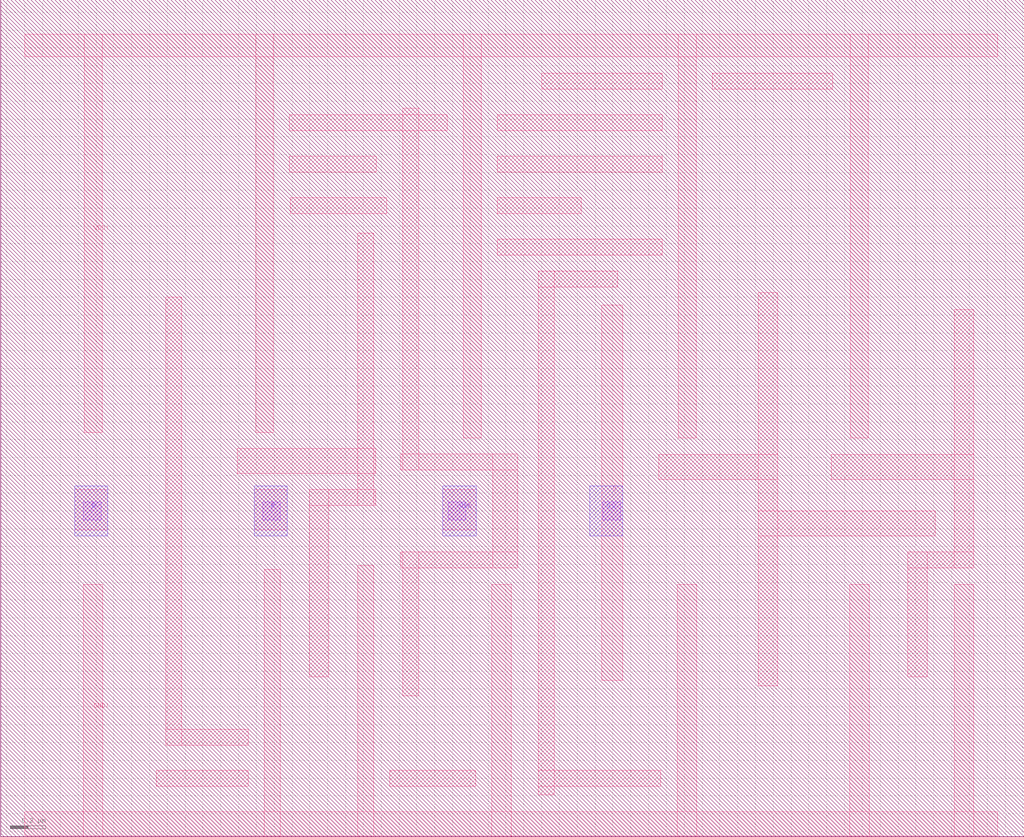
<source format=lef>
NAMESCASESENSITIVE ON ;
BUSBITCHARS "[]" ;

UNITS
  DATABASE MICRONS 1000 ;
END UNITS

MANUFACTURINGGRID 0.001 ;

DIVIDERCHAR "/" ;

LAYER M1
  TYPE ROUTING ;
  DIRECTION HORIZONTAL ;
  PITCH 0.26 0.26 ;
  WIDTH 0.14 ;
  AREA 0.042 ;
  SPACING 0.09 ;
  SPACING 0.19 RANGE 1.76 4 ;
  SPACING 0.29 RANGE 4 8 ;
  SPACING 1.05 RANGE 8 25 ;
  SPACING 1.85 RANGE 25 100000 ;
END M1

LAYER V1
  TYPE CUT ;
END V1

LAYER M2
  TYPE ROUTING ;
  DIRECTION VERTICAL ;
  PITCH 0.26 0.26 ;
  WIDTH 0.14 ;
  AREA 0.052 ;
  SPACING 0.1 ;
  SPACING 0.19 RANGE 1.76 4 ;
  SPACING 0.29 RANGE 4 8 ;
  SPACING 1.05 RANGE 8 25 ;
  SPACING 1.85 RANGE 25 100000 ;
END M2

LAYER V2
  TYPE CUT ;
END V2

LAYER M3
  TYPE ROUTING ;
  DIRECTION HORIZONTAL ;
  PITCH 0.26 0.26 ;
  WIDTH 0.14 ;
  AREA 0.052 ;
  SPACING 0.1 ;
  SPACING 0.19 RANGE 1.76 4 ;
  SPACING 0.29 RANGE 4 8 ;
  SPACING 1.05 RANGE 8 25 ;
  SPACING 1.85 RANGE 25 100000 ;
END M3

LAYER V3
  TYPE CUT ;
END V3

LAYER M4
  TYPE ROUTING ;
  DIRECTION VERTICAL ;
  PITCH 0.26 0.26 ;
  WIDTH 0.14 ;
  AREA 0.052 ;
  SPACING 0.1 ;
  SPACING 0.19 RANGE 1.76 4 ;
  SPACING 0.29 RANGE 4 8 ;
  SPACING 1.05 RANGE 8 25 ;
  SPACING 1.85 RANGE 25 100000 ;
END M4

LAYER V4
  TYPE CUT ;
END V4

LAYER M5
  TYPE ROUTING ;
  DIRECTION HORIZONTAL ;
  PITCH 0.26 0.26 ;
  WIDTH 0.14 ;
  AREA 0.052 ;
  SPACING 0.1 ;
  SPACING 0.19 RANGE 1.76 4 ;
  SPACING 0.29 RANGE 4 8 ;
  SPACING 1.05 RANGE 8 25 ;
  SPACING 1.85 RANGE 25 100000 ;
END M5

LAYER V5
  TYPE CUT ;
END V5

LAYER M6
  TYPE ROUTING ;
  DIRECTION VERTICAL ;
  PITCH 0.26 0.26 ;
  WIDTH 0.14 ;
  AREA 0.052 ;
  SPACING 0.1 ;
  SPACING 0.19 RANGE 1.76 4 ;
  SPACING 0.29 RANGE 4 8 ;
  SPACING 1.05 RANGE 8 25 ;
  SPACING 1.85 RANGE 25 100000 ;
  END M6

LAYER OVERLAP
  TYPE OVERLAP ;
END OVERLAP

SPACING
  SAMENET M1  M1    0.09 STACK ;
  SAMENET M2  M2    0.1 STACK ;
  SAMENET M3  M3    0.1 STACK ;
  SAMENET M4  M4    0.1 STACK ;
  SAMENET M5  M5    0.1 STACK ;
  SAMENET M6  M6    0.1 STACK ;
  SAMENET V1  V1    0.1 ;
  SAMENET V2  V2    0.1 ;
  SAMENET V3  V3    0.1 ;
  SAMENET V4  V4    0.1 ;
  SAMENET V5  V5    0.1 ;
  SAMENET V1  V2    0.00 STACK ;
  SAMENET V2  V3    0.00 STACK ;
  SAMENET V3  V4    0.00 STACK ;
  SAMENET V4  V5    0.00 STACK ;
  SAMENET V1  V3    0.00 STACK ;
  SAMENET V2  V4    0.00 STACK ;
  SAMENET V3  V5    0.00 STACK ;
  SAMENET V1  V4    0.00 STACK ;
  SAMENET V2  V5    0.00 STACK ;
  SAMENET V1  V5    0.00 STACK ;
END SPACING


VIA via5 DEFAULT
  LAYER M5 ;
    RECT -0.07 -0.07 0.07 0.07 ;
  LAYER V5 ;
    RECT -0.05 -0.05 0.05 0.05 ;
  LAYER M6 ;
    RECT -0.07 -0.07 0.07 0.07 ;
END via5

VIA via4 DEFAULT
  LAYER M4 ;
    RECT -0.07 -0.07 0.07 0.07 ;
  LAYER V4 ;
    RECT -0.05 -0.05 0.05 0.05 ;
  LAYER M5 ;
    RECT -0.07 -0.07 0.07 0.07 ;
END via4

VIA via3 DEFAULT
  LAYER M4 ;
    RECT -0.07 -0.07 0.07 0.07 ;
  LAYER V3 ;
    RECT -0.05 -0.05 0.05 0.05 ;
  LAYER M3 ;
    RECT -0.07 -0.07 0.07 0.07 ;
END via3

VIA via2 DEFAULT
  LAYER M3 ;
    RECT -0.07 -0.07 0.07 0.07 ;
  LAYER V2 ;
    RECT -0.05 -0.05 0.05 0.05 ;
  LAYER M2 ;
    RECT -0.07 -0.07 0.07 0.07 ;
END via2

VIA via1 DEFAULT
  LAYER M2 ;
    RECT -0.07 -0.07 0.07 0.07 ;
  LAYER V1 ;
    RECT -0.05 -0.05 0.05 0.05 ;
  LAYER M1 ;
    RECT -0.07 -0.07 0.07 0.07 ;
END via1


VIARULE via1Array GENERATE
  LAYER M1 ;
  DIRECTION HORIZONTAL ;
  OVERHANG 0.045 ;
    METALOVERHANG 0 ;
  LAYER M2 ;
  DIRECTION VERTICAL ;
    OVERHANG 0.045 ;
    METALOVERHANG 0 ;
  LAYER V1 ;
    RECT -0.05 -0.05 0.05 0.05 ;
    SPACING 0.2 BY 0.2 ;
END via1Array


VIARULE via2Array GENERATE
  LAYER M3 ;
    DIRECTION HORIZONTAL ;
    OVERHANG 0.03 ;
    METALOVERHANG 0 ;
  LAYER M2 ;
  DIRECTION VERTICAL ;
    OVERHANG 0.03 ;
    METALOVERHANG 0 ;
  LAYER V2 ;
    RECT -0.05 -0.05 0.05 0.05 ;
    SPACING 0.2 BY 0.2 ;
END via2Array


VIARULE via3Array GENERATE
  LAYER M3 ;
    DIRECTION HORIZONTAL ;
    OVERHANG 0.03 ;
    METALOVERHANG 0 ;
  LAYER M4 ;
    DIRECTION VERTICAL ;
    OVERHANG 0.03 ;
    METALOVERHANG 0 ;
  LAYER V3 ;
    RECT -0.05 -0.05 0.05 0.05 ;
    SPACING 0.2 BY 0.2 ;
END via3Array

VIARULE via4Array GENERATE
  LAYER M5 ;
    DIRECTION HORIZONTAL ;
    OVERHANG 0.03 ;
    METALOVERHANG 0 ;
  LAYER M4 ;
    DIRECTION VERTICAL ;
    OVERHANG 0.03 ;
    METALOVERHANG 0 ;
  LAYER V4 ;
    RECT -0.05 -0.05 0.05 0.05 ;
    SPACING 0.2 BY 0.2 ;
END via4Array

VIARULE via5Array GENERATE
  LAYER M5 ;
    DIRECTION HORIZONTAL ;
    OVERHANG 0.03 ;
    METALOVERHANG 0 ;
  LAYER M6 ;
    DIRECTION VERTICAL ;
    OVERHANG 0.045 ;
    METALOVERHANG 0 ;
  LAYER V5 ;
    RECT -0.05 -0.05 0.05 0.05 ;
    SPACING 0.2 BY 0.2 ;
END via5Array

VIARULE TURNM1 GENERATE
  LAYER M1 ;
    DIRECTION HORIZONTAL ;
  LAYER M1 ;
    DIRECTION VERTICAL ;
END TURNM1

VIARULE TURNM2 GENERATE
  LAYER M2 ;
    DIRECTION HORIZONTAL ;
  LAYER M2 ;
    DIRECTION VERTICAL ;
END TURNM2

VIARULE TURNM3 GENERATE
  LAYER M3 ;
    DIRECTION HORIZONTAL ;
  LAYER M3 ;
    DIRECTION VERTICAL ;
END TURNM3

VIARULE TURNM4 GENERATE
  LAYER M4 ;
    DIRECTION HORIZONTAL ;
  LAYER M4 ;
    DIRECTION VERTICAL ;
END TURNM4

VIARULE TURNM5 GENERATE
  LAYER M5 ;
    DIRECTION HORIZONTAL ;
  LAYER M5 ;
    DIRECTION VERTICAL ;
END TURNM5

VIARULE TURNM6 GENERATE
  LAYER M6 ;
    DIRECTION HORIZONTAL ;
  LAYER M6 ;
    DIRECTION VERTICAL ;
END TURNM6


SITE  CoreSite
    CLASS       CORE ;
    SYMMETRY    Y ;
    SYMMETRY    X ;
    SIZE        0.260 BY 4.5 ;
END  CoreSite

SITE  TDCoverSite
    CLASS       CORE ;
    SIZE        0.0500 BY 0.0500 ;
END  TDCoverSite

SITE  SBlockSite
    CLASS       CORE ;
    SIZE        0.0500 BY 0.0500 ;
END  SBlockSite

SITE  PortCellSite
    CLASS       PAD ;
    SIZE        0.0500 BY 0.0500 ;
END  PortCellSite

SITE  Core
    CLASS       CORE ;
    SYMMETRY    Y ;
    SYMMETRY    X ;
    SIZE        0.260 BY 4.5 ;
END  Core


MACRO AOI21
  CLASS CORE ;
  ORIGIN 0.026 1.823 ;
  FOREIGN AOI21 -0.026 -1.823 ;
  SIZE 2.23 BY 4.692 ;
  SYMMETRY X Y ;
  SITE CoreSite ;
  PIN A
    DIRECTION INPUT ;
    USE SIGNAL ;
    PORT
      LAYER M1 ;
        RECT 0.85 -0.235 0.997 0.13 ;
      LAYER M2 ;
        RECT 0.841 -0.338 0.997 0.267 ;
      LAYER V1 ;
        RECT 0.88 -0.05 0.98 0.05 ;
    END
  END A
  PIN B
    DIRECTION INPUT ;
    USE SIGNAL ;
    PORT
      LAYER M1 ;
        RECT 0.338 -0.235 0.485 0.13 ;
      LAYER M2 ;
        RECT 0.329 -0.338 0.485 0.267 ;
      LAYER V1 ;
        RECT 0.368 -0.05 0.468 0.05 ;
    END
  END B
  PIN C
    DIRECTION INPUT ;
    USE SIGNAL ;
    PORT
      LAYER M1 ;
        RECT 1.362 -0.235 1.509 0.13 ;
      LAYER M2 ;
        RECT 1.353 -0.338 1.509 0.267 ;
      LAYER V1 ;
        RECT 1.392 -0.05 1.492 0.05 ;
    END
  END C
  PIN OUT
    DIRECTION OUTPUT ;
    USE SIGNAL ;
    PORT
      LAYER M1 ;
        RECT 1.665 -0.503 1.817 1.76 ;
        RECT 1.207 -0.503 1.817 -0.379 ;
        RECT 1.207 -1.43 1.359 -0.379 ;
      LAYER M2 ;
        RECT 1.664 -0.338 1.82 0.267 ;
      LAYER V1 ;
        RECT 1.675 -0.05 1.775 0.05 ;
    END
  END OUT
  PIN GND!
    DIRECTION INOUT ;
    USE GROUND ;
    SHAPE ABUTMENT ;
    PORT
      LAYER M1 ;
        RECT 0 -1.823 2.08 -1.688 ;
        RECT 1.651 -1.823 1.808 -0.723 ;
        RECT 0.34 -1.823 0.497 -0.723 ;
    END
  END GND!
  PIN VDD!
    DIRECTION INOUT ;
    USE POWER ;
    SHAPE ABUTMENT ;
    PORT
      LAYER M1 ;
        RECT 0 2.549 2.08 2.677 ;
        RECT 0.738 1.04 0.883 2.677 ;
    END
  END VDD!
  OBS
    LAYER M1 ;
      RECT 1.232 0.795 1.4 1.76 ;
      RECT 0.343 0.795 0.485 1.76 ;
      RECT 0.343 0.795 1.4 0.942 ;
  END
  
END AOI21

MACRO AOI22
  CLASS CORE ;
  ORIGIN 0.026 1.823 ;
  FOREIGN AOI22 -0.026 -1.823 ;
  SIZE 2.86 BY 4.684 ;
  SYMMETRY X Y ;
  SITE CoreSite ;
  PIN A
    DIRECTION INPUT ;
    USE SIGNAL ;
    PORT
      LAYER M1 ;
        RECT 0.85 -0.235 0.997 0.13 ;
      LAYER M2 ;
        RECT 0.841 -0.338 0.997 0.267 ;
      LAYER V1 ;
        RECT 0.88 -0.05 0.98 0.05 ;
    END
  END A
  PIN B
    DIRECTION INPUT ;
    USE SIGNAL ;
    PORT
      LAYER M1 ;
        RECT 0.338 -0.235 0.485 0.13 ;
      LAYER M2 ;
        RECT 0.329 -0.338 0.485 0.267 ;
      LAYER V1 ;
        RECT 0.368 -0.05 0.468 0.05 ;
    END
  END B
  PIN C
    DIRECTION INPUT ;
    USE SIGNAL ;
    PORT
      LAYER M1 ;
        RECT 1.362 -0.235 1.509 0.13 ;
      LAYER M2 ;
        RECT 1.353 -0.338 1.509 0.267 ;
      LAYER V1 ;
        RECT 1.392 -0.05 1.492 0.05 ;
    END
  END C
  PIN D
    DIRECTION INPUT ;
    USE SIGNAL ;
    PORT
      LAYER M1 ;
        RECT 2.157 -0.235 2.304 0.13 ;
      LAYER M2 ;
        RECT 2.157 -0.338 2.313 0.267 ;
      LAYER V1 ;
        RECT 2.174 -0.05 2.274 0.05 ;
    END
  END D
  PIN OUT
    DIRECTION OUTPUT ;
    USE SIGNAL ;
    PORT
      LAYER M1 ;
        RECT 1.635 -0.56 1.787 1.295 ;
        RECT 1.242 -0.56 1.787 -0.381 ;
        RECT 1.242 -1.379 1.394 -0.381 ;
      LAYER M2 ;
        RECT 1.63 -0.338 1.786 0.267 ;
      LAYER V1 ;
        RECT 1.641 -0.05 1.741 0.05 ;
    END
  END OUT
  PIN GND!
    DIRECTION INOUT ;
    USE GROUND ;
    SHAPE ABUTMENT ;
    PORT
      LAYER M1 ;
        RECT 0 -1.823 2.6 -1.688 ;
        RECT 2.168 -1.823 2.31 -0.723 ;
        RECT 0.343 -1.823 0.485 -0.723 ;
    END
  END GND!
  PIN VDD!
    DIRECTION INOUT ;
    USE POWER ;
    SHAPE ABUTMENT ;
    PORT
      LAYER M1 ;
        RECT 0 2.549 2.6 2.677 ;
        RECT 0.822 0.575 0.979 2.677 ;
    END
  END VDD!
  OBS
    LAYER M1 ;
      RECT 1.257 2.037 2.338 2.217 ;
      RECT 2.186 0.575 2.338 2.217 ;
      RECT 1.257 0.303 1.414 2.217 ;
      RECT 0.336 0.303 0.488 1.295 ;
      RECT 0.336 0.303 1.414 0.482 ;
  END
  
END AOI22

MACRO DFF
  CLASS CORE ;
  ORIGIN 0.136 1.83 ;
  FOREIGN DFF -0.136 -1.83 ;
  SIZE 5.745 BY 4.699 ;
  SYMMETRY X Y ;
  SITE CoreSite ;
  PIN CLK
    DIRECTION INPUT ;
    USE SIGNAL ;
    PORT
      LAYER M1 ;
        RECT 2.346 -0.107 2.532 0.121 ;
      LAYER M2 ;
        RECT 2.346 -0.14 2.532 0.14 ;
      LAYER V1 ;
        RECT 2.375 -0.05 2.475 0.05 ;
    END
  END CLK
  PIN D
    DIRECTION INPUT ;
    USE SIGNAL ;
    PORT
      LAYER M1 ;
        RECT 0.281 -0.107 0.467 0.121 ;
      LAYER M2 ;
        RECT 0.281 -0.14 0.467 0.14 ;
      LAYER V1 ;
        RECT 0.328 -0.05 0.428 0.05 ;
    END
  END D
  PIN Q
    DIRECTION INPUT ;
    USE SIGNAL ;
    PORT
      LAYER M1 ;
        RECT 3.238 -0.952 3.355 1.157 ;
      LAYER M2 ;
        RECT 3.169 -0.14 3.355 0.14 ;
      LAYER V1 ;
        RECT 3.244 -0.05 3.344 0.05 ;
    END
  END Q
  PIN R
    DIRECTION INPUT ;
    USE SIGNAL ;
    PORT
      LAYER M1 ;
        RECT 1.287 -0.107 1.473 0.121 ;
      LAYER M2 ;
        RECT 1.287 -0.14 1.473 0.14 ;
      LAYER V1 ;
        RECT 1.334 -0.05 1.434 0.05 ;
    END
  END R
  PIN GND!
    DIRECTION INOUT ;
    USE GROUND ;
    SHAPE ABUTMENT ;
    PORT
      LAYER M1 ;
        RECT 0 -1.823 5.46 -1.688 ;
        RECT 5.214 -1.83 5.324 -0.411 ;
        RECT 4.628 -1.83 4.738 -0.411 ;
        RECT 3.661 -1.83 3.771 -0.411 ;
        RECT 2.62 -1.83 2.73 -0.411 ;
        RECT 1.869 -1.83 1.959 -0.305 ;
        RECT 1.344 -1.83 1.434 -0.328 ;
        RECT 0.328 -1.83 0.438 -0.411 ;
    END
  END GND!
  PIN VDD!
    DIRECTION INOUT ;
    USE POWER ;
    SHAPE ABUTMENT ;
    PORT
      LAYER M1 ;
        RECT 0 2.549 5.46 2.677 ;
        RECT 4.633 0.41 4.733 2.677 ;
        RECT 3.667 0.41 3.767 2.677 ;
        RECT 2.46 0.41 2.56 2.677 ;
        RECT 1.295 0.441 1.395 2.677 ;
        RECT 0.334 0.441 0.434 2.677 ;
    END
  END VDD!
  OBS
    LAYER M1 ;
      RECT 5.215 -0.321 5.325 1.13 ;
      RECT 4.524 0.177 5.325 0.317 ;
      RECT 4.953 -0.321 5.325 -0.231 ;
      RECT 4.953 -0.931 5.063 -0.231 ;
      RECT 4.116 -0.983 4.226 1.227 ;
      RECT 3.556 0.177 4.226 0.317 ;
      RECT 4.116 -0.141 5.108 -0.001 ;
      RECT 2.881 1.256 3.327 1.346 ;
      RECT 2.881 -1.594 2.972 1.346 ;
      RECT 2.881 -1.545 3.569 -1.455 ;
      RECT 2.12 0.23 2.21 2.26 ;
      RECT 1.485 2.135 2.37 2.225 ;
      RECT 2.11 0.23 2.765 0.32 ;
      RECT 2.625 -0.321 2.765 0.32 ;
      RECT 2.111 -0.321 2.765 -0.231 ;
      RECT 2.12 -1.037 2.21 -0.231 ;
      RECT 1.869 0.031 1.959 1.561 ;
      RECT 1.191 0.211 1.969 0.351 ;
      RECT 1.596 0.031 1.969 0.121 ;
      RECT 1.596 -0.931 1.706 0.121 ;
      RECT 0.792 -1.315 0.882 1.202 ;
      RECT 0.792 -1.315 1.254 -1.225 ;
      RECT 3.857 2.367 4.534 2.457 ;
      RECT 2.65 1.436 3.577 1.526 ;
      RECT 2.65 1.902 3.577 1.992 ;
      RECT 2.65 2.135 3.577 2.225 ;
      RECT 2.9 2.368 3.577 2.458 ;
      RECT 2.65 1.669 3.123 1.759 ;
      RECT 2.049 -1.545 2.53 -1.455 ;
      RECT 1.49 1.669 2.03 1.759 ;
      RECT 1.485 1.902 1.971 1.992 ;
      RECT 0.737 -1.545 1.254 -1.455 ;
  END
  
END DFF

MACRO INVERTER
  CLASS CORE ;
  ORIGIN 0.026 1.823 ;
  FOREIGN INVERTER -0.026 -1.823 ;
  SIZE 1.263 BY 4.742 ;
  SYMMETRY X Y ;
  SITE CoreSite ;
  PIN IN
    DIRECTION INPUT ;
    USE SIGNAL ;
    PORT
      LAYER M1 ;
        RECT 0.338 -0.235 0.485 0.13 ;
      LAYER M2 ;
        RECT 0.329 -0.338 0.485 0.267 ;
      LAYER V1 ;
        RECT 0.368 -0.05 0.468 0.05 ;
    END
  END IN
  PIN OUT
    DIRECTION OUTPUT ;
    USE SIGNAL ;
    PORT
      LAYER M1 ;
        RECT 0.638 -1.43 0.79 2.153 ;
      LAYER M2 ;
        RECT 0.638 -0.355 0.741 0.264 ;
      LAYER V1 ;
        RECT 0.641 -0.05 0.741 0.05 ;
    END
  END OUT
  PIN GND!
    DIRECTION INOUT ;
    USE GROUND ;
    SHAPE ABUTMENT ;
    PORT
      LAYER M1 ;
        RECT 0 -1.823 1.04 -1.688 ;
        RECT 0.308 -1.823 0.45 -0.73 ;
    END
  END GND!
  PIN VDD!
    DIRECTION INOUT ;
    USE POWER ;
    SHAPE ABUTMENT ;
    PORT
      LAYER M1 ;
        RECT 0.001 2.549 1.04 2.677 ;
        RECT 0.31 0.853 0.467 2.677 ;
    END
  END VDD!
  
END INVERTER

MACRO MUX21
  CLASS CORE ;
  ORIGIN 0.026 1.823 ;
  FOREIGN MUX21 -0.026 -1.823 ;
  SIZE 3.386 BY 4.704 ;
  SYMMETRY X Y ;
  SITE CoreSite ;
  PIN A
    DIRECTION INPUT ;
    USE SIGNAL ;
    PORT
      LAYER M1 ;
        RECT 1.133 -0.235 1.28 0.13 ;
      LAYER M2 ;
        RECT 1.133 -0.338 1.289 0.267 ;
      LAYER V1 ;
        RECT 1.15 -0.05 1.25 0.05 ;
    END
  END A
  PIN B
    DIRECTION INPUT ;
    USE SIGNAL ;
    PORT
      LAYER M1 ;
        RECT 2.156 -0.235 2.303 0.13 ;
      LAYER M2 ;
        RECT 2.156 -0.338 2.312 0.267 ;
      LAYER V1 ;
        RECT 2.173 -0.05 2.273 0.05 ;
    END
  END B
  PIN OUT
    DIRECTION OUTPUT ;
    USE SIGNAL ;
    PORT
      LAYER M1 ;
        RECT 2.681 -0.97 2.833 1.202 ;
      LAYER M2 ;
        RECT 2.681 -0.338 2.837 0.267 ;
      LAYER V1 ;
        RECT 2.696 -0.05 2.796 0.05 ;
    END
  END OUT
  PIN S
    DIRECTION INPUT ;
    USE SIGNAL ;
    PORT
      LAYER M1 ;
        RECT 0.621 -0.235 0.768 0.13 ;
      LAYER M2 ;
        RECT 0.621 -0.338 0.777 0.267 ;
      LAYER V1 ;
        RECT 0.638 -0.05 0.738 0.05 ;
    END
  END S
  PIN GND!
    DIRECTION INOUT ;
    USE GROUND ;
    SHAPE ABUTMENT ;
    PORT
      LAYER M1 ;
        RECT 0 -1.823 3.12 -1.688 ;
        RECT 2.258 -1.823 2.4 -0.45 ;
        RECT 0.727 -1.823 0.869 -0.45 ;
    END
  END GND!
  PIN VDD!
    DIRECTION INOUT ;
    USE POWER ;
    SHAPE ABUTMENT ;
    PORT
      LAYER M1 ;
        RECT 0 2.549 3.12 2.677 ;
        RECT 2.244 0.406 2.401 2.677 ;
        RECT 0.822 0.406 0.979 2.677 ;
    END
  END VDD!
  OBS
    LAYER M1 ;
      RECT 1.665 -1.546 1.819 1.202 ;
      RECT 0.346 -1.472 0.486 2.011 ;
  END
  
END MUX21

MACRO NAND2
  CLASS CORE ;
  ORIGIN 0.026 1.823 ;
  FOREIGN NAND2 -0.026 -1.823 ;
  SIZE 1.816 BY 4.714 ;
  SYMMETRY X Y ;
  SITE CoreSite ;
  PIN A
    DIRECTION INPUT ;
    USE SIGNAL ;
    PORT
      LAYER M1 ;
        RECT 0.789 -0.235 0.936 0.13 ;
      LAYER M2 ;
        RECT 0.78 -0.338 0.936 0.267 ;
      LAYER V1 ;
        RECT 0.819 -0.05 0.919 0.05 ;
    END
  END A
  PIN B
    DIRECTION INPUT ;
    USE SIGNAL ;
    PORT
      LAYER M1 ;
        RECT 0.338 -0.235 0.485 0.13 ;
      LAYER M2 ;
        RECT 0.329 -0.338 0.485 0.267 ;
      LAYER V1 ;
        RECT 0.368 -0.05 0.468 0.05 ;
    END
  END B
  PIN OUT
    DIRECTION OUTPUT ;
    USE SIGNAL ;
    PORT
      LAYER M1 ;
        RECT 1.074 -1.514 1.226 1.573 ;
        RECT 0.31 0.458 1.226 0.584 ;
        RECT 0.31 0.458 0.467 1.573 ;
      LAYER M2 ;
        RECT 1.074 -0.338 1.23 0.267 ;
      LAYER V1 ;
        RECT 1.102 -0.05 1.202 0.05 ;
    END
  END OUT
  PIN GND!
    DIRECTION INOUT ;
    USE GROUND ;
    SHAPE ABUTMENT ;
    PORT
      LAYER M1 ;
        RECT 0 -1.823 1.56 -1.688 ;
        RECT 0.308 -1.823 0.45 -0.694 ;
    END
  END GND!
  PIN VDD!
    DIRECTION INOUT ;
    USE POWER ;
    SHAPE ABUTMENT ;
    PORT
      LAYER M1 ;
        RECT 0 2.549 1.56 2.677 ;
        RECT 0.695 0.853 0.847 2.677 ;
    END
  END VDD!
  
END NAND2

MACRO NAND3
  CLASS CORE ;
  ORIGIN 0.026 1.823 ;
  FOREIGN NAND3 -0.026 -1.823 ;
  SIZE 2.394 BY 4.671 ;
  SYMMETRY X Y ;
  SITE CoreSite ;
  PIN A
    DIRECTION INPUT ;
    USE SIGNAL ;
    PORT
      LAYER M1 ;
        RECT 1.362 -0.235 1.509 0.13 ;
      LAYER M2 ;
        RECT 1.353 -0.338 1.509 0.267 ;
      LAYER V1 ;
        RECT 1.392 -0.05 1.492 0.05 ;
    END
  END A
  PIN B
    DIRECTION INPUT ;
    USE SIGNAL ;
    PORT
      LAYER M1 ;
        RECT 0.85 -0.235 0.997 0.13 ;
      LAYER M2 ;
        RECT 0.841 -0.338 0.997 0.267 ;
      LAYER V1 ;
        RECT 0.88 -0.05 0.98 0.05 ;
    END
  END B
  PIN C
    DIRECTION INPUT ;
    USE SIGNAL ;
    PORT
      LAYER M1 ;
        RECT 0.338 -0.235 0.485 0.13 ;
      LAYER M2 ;
        RECT 0.329 -0.338 0.485 0.267 ;
      LAYER V1 ;
        RECT 0.368 -0.05 0.468 0.05 ;
    END
  END C
  PIN OUT
    DIRECTION OUTPUT ;
    USE SIGNAL ;
    PORT
      LAYER M1 ;
        RECT 1.665 -1.43 1.817 1.573 ;
        RECT 0.822 0.458 1.817 0.584 ;
        RECT 0.822 0.458 0.979 1.573 ;
      LAYER M2 ;
        RECT 1.664 -0.338 1.82 0.267 ;
      LAYER V1 ;
        RECT 1.675 -0.05 1.775 0.05 ;
    END
  END OUT
  PIN GND!
    DIRECTION INOUT ;
    USE GROUND ;
    SHAPE ABUTMENT ;
    PORT
      LAYER M1 ;
        RECT 0 -1.823 2.08 -1.688 ;
        RECT 0.343 -1.823 0.485 -0.91 ;
    END
  END GND!
  PIN VDD!
    DIRECTION INOUT ;
    USE POWER ;
    SHAPE ABUTMENT ;
    PORT
      LAYER M1 ;
        RECT -0.007 2.549 2.073 2.677 ;
        RECT 1.207 0.853 1.359 2.677 ;
        RECT 0.336 0.853 0.488 2.677 ;
    END
  END VDD!
  
END NAND3

MACRO NAND4
  CLASS CORE ;
  ORIGIN 0.026 1.823 ;
  FOREIGN NAND4 -0.026 -1.823 ;
  SIZE 2.844 BY 4.656 ;
  SYMMETRY X Y ;
  SITE CoreSite ;
  PIN A
    DIRECTION INPUT ;
    USE SIGNAL ;
    PORT
      LAYER M1 ;
        RECT 1.874 -0.235 2.021 0.13 ;
      LAYER M2 ;
        RECT 1.865 -0.338 2.021 0.267 ;
      LAYER V1 ;
        RECT 1.904 -0.05 2.004 0.05 ;
    END
  END A
  PIN B
    DIRECTION INPUT ;
    USE SIGNAL ;
    PORT
      LAYER M1 ;
        RECT 1.362 -0.235 1.509 0.13 ;
      LAYER M2 ;
        RECT 1.353 -0.338 1.509 0.267 ;
      LAYER V1 ;
        RECT 1.392 -0.05 1.492 0.05 ;
    END
  END B
  PIN C
    DIRECTION INPUT ;
    USE SIGNAL ;
    PORT
      LAYER M1 ;
        RECT 0.85 -0.235 0.997 0.13 ;
      LAYER M2 ;
        RECT 0.841 -0.338 0.997 0.267 ;
      LAYER V1 ;
        RECT 0.88 -0.05 0.98 0.05 ;
    END
  END C
  PIN D
    DIRECTION INPUT ;
    USE SIGNAL ;
    PORT
      LAYER M1 ;
        RECT 0.338 -0.235 0.485 0.13 ;
      LAYER M2 ;
        RECT 0.329 -0.338 0.485 0.267 ;
      LAYER V1 ;
        RECT 0.368 -0.05 0.468 0.05 ;
    END
  END D
  PIN OUT
    DIRECTION OUTPUT ;
    USE SIGNAL ;
    PORT
      LAYER M1 ;
        RECT 0.822 0.483 2.329 0.662 ;
        RECT 2.177 -1.43 2.329 0.662 ;
        RECT 1.719 0.483 1.871 1.573 ;
        RECT 0.822 0.483 0.979 1.573 ;
      LAYER M2 ;
        RECT 2.176 -0.338 2.332 0.267 ;
      LAYER V1 ;
        RECT 2.187 -0.05 2.287 0.05 ;
    END
  END OUT
  PIN GND!
    DIRECTION INOUT ;
    USE GROUND ;
    SHAPE ABUTMENT ;
    PORT
      LAYER M1 ;
        RECT 0 -1.823 2.6 -1.688 ;
        RECT 0.343 -1.823 0.485 -0.91 ;
    END
  END GND!
  PIN VDD!
    DIRECTION INOUT ;
    USE POWER ;
    SHAPE ABUTMENT ;
    PORT
      LAYER M1 ;
        RECT 0 2.549 2.6 2.677 ;
        RECT 2.186 0.853 2.338 2.677 ;
        RECT 1.334 0.853 1.491 2.677 ;
        RECT 0.336 0.853 0.488 2.677 ;
    END
  END VDD!
  
END NAND4

MACRO NOR2
  CLASS CORE ;
  ORIGIN 0.026 1.823 ;
  FOREIGN NOR2 -0.026 -1.823 ;
  SIZE 1.832 BY 4.741 ;
  SYMMETRY X Y ;
  SITE CoreSite ;
  PIN A
    DIRECTION INPUT ;
    USE SIGNAL ;
    PORT
      LAYER M1 ;
        RECT 0.338 -0.235 0.485 0.13 ;
      LAYER M2 ;
        RECT 0.329 -0.338 0.485 0.267 ;
      LAYER V1 ;
        RECT 0.368 -0.05 0.468 0.05 ;
    END
  END A
  PIN B
    DIRECTION INPUT ;
    USE SIGNAL ;
    PORT
      LAYER M1 ;
        RECT 0.789 -0.235 0.936 0.13 ;
      LAYER M2 ;
        RECT 0.78 -0.338 0.936 0.267 ;
      LAYER V1 ;
        RECT 0.819 -0.05 0.919 0.05 ;
    END
  END B
  PIN OUT
    DIRECTION OUTPUT ;
    USE SIGNAL ;
    PORT
      LAYER M1 ;
        RECT 1.074 -1.43 1.226 1.573 ;
        RECT 0.308 -0.577 1.226 -0.451 ;
        RECT 0.308 -1.43 0.45 -0.451 ;
      LAYER M2 ;
        RECT 1.074 -0.338 1.23 0.267 ;
      LAYER V1 ;
        RECT 1.102 -0.05 1.202 0.05 ;
    END
  END OUT
  PIN GND!
    DIRECTION INOUT ;
    USE GROUND ;
    SHAPE ABUTMENT ;
    PORT
      LAYER M1 ;
        RECT 0 -1.823 1.56 -1.688 ;
        RECT 0.695 -1.823 0.847 -0.91 ;
    END
  END GND!
  PIN VDD!
    DIRECTION INOUT ;
    USE POWER ;
    SHAPE ABUTMENT ;
    PORT
      LAYER M1 ;
        RECT 0 2.549 1.56 2.677 ;
        RECT 0.31 0.853 0.467 2.677 ;
    END
  END VDD!
  
END NOR2

MACRO NOR3
  CLASS CORE ;
  ORIGIN 0.026 1.823 ;
  FOREIGN NOR3 -0.026 -1.823 ;
  SIZE 2.369 BY 4.674 ;
  SYMMETRY X Y ;
  SITE CoreSite ;
  PIN A
    DIRECTION INPUT ;
    USE SIGNAL ;
    PORT
      LAYER M1 ;
        RECT 0.338 -0.235 0.485 0.13 ;
      LAYER M2 ;
        RECT 0.329 -0.338 0.485 0.267 ;
      LAYER V1 ;
        RECT 0.368 -0.05 0.468 0.05 ;
    END
  END A
  PIN B
    DIRECTION INPUT ;
    USE SIGNAL ;
    PORT
      LAYER M1 ;
        RECT 0.85 -0.235 0.997 0.13 ;
      LAYER M2 ;
        RECT 0.841 -0.338 0.997 0.267 ;
      LAYER V1 ;
        RECT 0.88 -0.05 0.98 0.05 ;
    END
  END B
  PIN C
    DIRECTION INPUT ;
    USE SIGNAL ;
    PORT
      LAYER M1 ;
        RECT 1.362 -0.235 1.509 0.13 ;
      LAYER M2 ;
        RECT 1.353 -0.338 1.509 0.267 ;
      LAYER V1 ;
        RECT 1.392 -0.05 1.492 0.05 ;
    END
  END C
  PIN OUT
    DIRECTION OUTPUT ;
    USE SIGNAL ;
    PORT
      LAYER M1 ;
        RECT 1.665 -1.43 1.817 1.573 ;
        RECT 0.822 -0.505 1.817 -0.379 ;
        RECT 0.822 -1.427 0.979 -0.379 ;
      LAYER M2 ;
        RECT 1.664 -0.338 1.82 0.267 ;
      LAYER V1 ;
        RECT 1.675 -0.05 1.775 0.05 ;
    END
  END OUT
  PIN GND!
    DIRECTION INOUT ;
    USE GROUND ;
    SHAPE ABUTMENT ;
    PORT
      LAYER M1 ;
        RECT 0 -1.823 2.08 -1.688 ;
        RECT 1.207 -1.823 1.359 -0.91 ;
        RECT 0.343 -1.823 0.485 -0.91 ;
    END
  END GND!
  PIN VDD!
    DIRECTION INOUT ;
    USE POWER ;
    SHAPE ABUTMENT ;
    PORT
      LAYER M1 ;
        RECT 0 2.549 2.08 2.677 ;
        RECT 0.336 0.853 0.488 2.677 ;
    END
  END VDD!
  
END NOR3

MACRO OAI21
  CLASS CORE ;
  ORIGIN 0.026 1.823 ;
  FOREIGN OAI21 -0.026 -1.823 ;
  SIZE 2.325 BY 4.745 ;
  SYMMETRY X Y ;
  SITE CoreSite ;
  PIN A
    DIRECTION INPUT ;
    USE SIGNAL ;
    PORT
      LAYER M1 ;
        RECT 0.338 -0.235 0.485 0.13 ;
      LAYER M2 ;
        RECT 0.329 -0.338 0.485 0.267 ;
      LAYER V1 ;
        RECT 0.368 -0.05 0.468 0.05 ;
    END
  END A
  PIN B
    DIRECTION INPUT ;
    USE SIGNAL ;
    PORT
      LAYER M1 ;
        RECT 0.85 -0.235 0.997 0.13 ;
      LAYER M2 ;
        RECT 0.841 -0.338 0.997 0.267 ;
      LAYER V1 ;
        RECT 0.88 -0.05 0.98 0.05 ;
    END
  END B
  PIN C
    DIRECTION INPUT ;
    USE SIGNAL ;
    PORT
      LAYER M1 ;
        RECT 1.362 -0.235 1.509 0.13 ;
      LAYER M2 ;
        RECT 1.353 -0.338 1.509 0.267 ;
      LAYER V1 ;
        RECT 1.392 -0.05 1.492 0.05 ;
    END
  END C
  PIN OUT
    DIRECTION OUTPUT ;
    USE SIGNAL ;
    PORT
      LAYER M1 ;
        RECT 1.232 0.508 1.817 0.634 ;
        RECT 1.665 -1.43 1.817 0.634 ;
        RECT 1.232 0.508 1.4 1.573 ;
      LAYER M2 ;
        RECT 1.664 -0.338 1.82 0.267 ;
      LAYER V1 ;
        RECT 1.675 -0.05 1.775 0.05 ;
    END
  END OUT
  PIN GND!
    DIRECTION INOUT ;
    USE GROUND ;
    SHAPE ABUTMENT ;
    PORT
      LAYER M1 ;
        RECT 0 -1.823 2.08 -1.688 ;
        RECT 0.822 -1.823 0.979 -0.91 ;
    END
  END GND!
  PIN VDD!
    DIRECTION INOUT ;
    USE POWER ;
    SHAPE ABUTMENT ;
    PORT
      LAYER M1 ;
        RECT 0 2.549 2.08 2.677 ;
        RECT 1.668 0.853 1.82 2.677 ;
        RECT 0.343 0.853 0.488 2.677 ;
    END
  END VDD!
  OBS
    LAYER M1 ;
      RECT 0.343 -0.505 1.359 -0.379 ;
      RECT 1.207 -1.43 1.359 -0.379 ;
      RECT 0.343 -1.43 0.485 -0.379 ;
  END
  
END OAI21

MACRO OAI22
  CLASS CORE ;
  ORIGIN 0.026 1.823 ;
  FOREIGN OAI22 -0.026 -1.823 ;
  SIZE 2.834 BY 4.665 ;
  SYMMETRY X Y ;
  SITE CoreSite ;
  PIN A
    DIRECTION INPUT ;
    USE SIGNAL ;
    PORT
      LAYER M1 ;
        RECT 2.157 -0.235 2.304 0.13 ;
      LAYER M2 ;
        RECT 2.157 -0.338 2.313 0.267 ;
      LAYER V1 ;
        RECT 2.174 -0.05 2.274 0.05 ;
    END
  END A
  PIN B
    DIRECTION INPUT ;
    USE SIGNAL ;
    PORT
      LAYER M1 ;
        RECT 0.338 -0.235 0.485 0.13 ;
      LAYER M2 ;
        RECT 0.329 -0.338 0.485 0.267 ;
      LAYER V1 ;
        RECT 0.368 -0.05 0.468 0.05 ;
    END
  END B
  PIN C
    DIRECTION INPUT ;
    USE SIGNAL ;
    PORT
      LAYER M1 ;
        RECT 1.362 -0.235 1.509 0.13 ;
      LAYER M2 ;
        RECT 1.353 -0.338 1.509 0.267 ;
      LAYER V1 ;
        RECT 1.392 -0.05 1.492 0.05 ;
    END
  END C
  PIN D
    DIRECTION INPUT ;
    USE SIGNAL ;
    PORT
      LAYER M1 ;
        RECT 0.85 -0.235 0.997 0.13 ;
      LAYER M2 ;
        RECT 0.841 -0.338 0.997 0.267 ;
      LAYER V1 ;
        RECT 0.88 -0.05 0.98 0.05 ;
    END
  END D
  PIN OUT
    DIRECTION OUTPUT ;
    USE SIGNAL ;
    PORT
      LAYER M1 ;
        RECT 1.257 0.529 1.786 0.708 ;
        RECT 1.634 -1.243 1.786 0.708 ;
        RECT 1.257 0.529 1.414 1.567 ;
      LAYER M2 ;
        RECT 1.63 -0.338 1.786 0.267 ;
      LAYER V1 ;
        RECT 1.641 -0.05 1.741 0.05 ;
    END
  END OUT
  PIN GND!
    DIRECTION INOUT ;
    USE GROUND ;
    SHAPE ABUTMENT ;
    PORT
      LAYER M1 ;
        RECT 0 -1.823 2.6 -1.688 ;
        RECT 0.738 -1.823 0.88 -0.723 ;
    END
  END GND!
  PIN VDD!
    DIRECTION INOUT ;
    USE POWER ;
    SHAPE ABUTMENT ;
    PORT
      LAYER M1 ;
        RECT 0 2.549 2.6 2.677 ;
        RECT 2.186 0.847 2.338 2.677 ;
        RECT 0.336 0.524 0.488 2.677 ;
    END
  END VDD!
  OBS
    LAYER M1 ;
      RECT 0.342 -0.624 1.394 -0.478 ;
      RECT 1.242 -1.547 1.394 -0.478 ;
      RECT 0.344 -1.243 0.496 -0.478 ;
      RECT 2.168 -1.547 2.31 -0.723 ;
      RECT 1.242 -1.547 2.31 -1.401 ;
  END
  
END OAI22

MACRO TRI_INV
  CLASS CORE ;
  ORIGIN 0.026 1.823 ;
  FOREIGN TRI_INV -0.026 -1.823 ;
  SIZE 2.575 BY 4.719 ;
  SYMMETRY X Y ;
  SITE CoreSite ;
  PIN EN
    DIRECTION INPUT ;
    USE SIGNAL ;
    PORT
      LAYER M1 ;
        RECT 0.621 -0.235 0.768 0.13 ;
      LAYER M2 ;
        RECT 0.621 -0.338 0.777 0.267 ;
      LAYER V1 ;
        RECT 0.638 -0.05 0.738 0.05 ;
    END
  END EN
  PIN IN
    DIRECTION INPUT ;
    USE SIGNAL ;
    PORT
      LAYER M1 ;
        RECT 1.133 -0.235 1.28 0.13 ;
      LAYER M2 ;
        RECT 1.133 -0.338 1.289 0.267 ;
      LAYER V1 ;
        RECT 1.15 -0.05 1.25 0.05 ;
    END
  END IN
  PIN OUT
    DIRECTION OUTPUT ;
    USE SIGNAL ;
    PORT
      LAYER M1 ;
        RECT 1.665 -0.999 1.817 1.071 ;
      LAYER M2 ;
        RECT 1.664 -0.338 1.82 0.267 ;
      LAYER V1 ;
        RECT 1.675 -0.05 1.775 0.05 ;
    END
  END OUT
  PIN GND!
    DIRECTION INOUT ;
    USE GROUND ;
    SHAPE ABUTMENT ;
    PORT
      LAYER M1 ;
        RECT 0 -1.823 2.34 -1.688 ;
        RECT 0.727 -1.823 0.869 -0.479 ;
    END
  END GND!
  PIN VDD!
    DIRECTION INOUT ;
    USE POWER ;
    SHAPE ABUTMENT ;
    PORT
      LAYER M1 ;
        RECT 0 2.549 2.34 2.677 ;
        RECT 0.822 0.351 0.979 2.677 ;
    END
  END VDD!
  OBS
    LAYER M1 ;
      RECT 1.207 1.745 2.122 1.873 ;
      RECT 1.99 -1.494 2.122 1.873 ;
      RECT 1.207 0.351 1.359 1.873 ;
      RECT 1.207 -1.494 1.359 -0.479 ;
      RECT 1.207 -1.494 2.122 -1.369 ;
      RECT 0.242 -0.999 0.394 2.032 ;
  END
  
END TRI_INV

MACRO XOR2
  CLASS CORE ;
  ORIGIN 0.026 1.823 ;
  FOREIGN XOR2 -0.026 -1.823 ;
  SIZE 3.354 BY 4.784 ;
  SYMMETRY X Y ;
  SITE CoreSite ;
  PIN A
    DIRECTION INPUT ;
    USE SIGNAL ;
    PORT
      LAYER M1 ;
        RECT 0.789 -0.235 0.936 0.13 ;
      LAYER M2 ;
        RECT 0.78 -0.338 0.936 0.267 ;
      LAYER V1 ;
        RECT 0.819 -0.05 0.919 0.05 ;
    END
  END A
  PIN B
    DIRECTION INPUT ;
    USE SIGNAL ;
    PORT
      LAYER M1 ;
        RECT 0.338 -0.235 0.485 0.13 ;
      LAYER M2 ;
        RECT 0.329 -0.338 0.485 0.267 ;
      LAYER V1 ;
        RECT 0.368 -0.05 0.468 0.05 ;
    END
  END B
  PIN OUT
    DIRECTION OUTPUT ;
    USE SIGNAL ;
    PORT
      LAYER M1 ;
        RECT 2.15 -0.512 2.318 1.308 ;
        RECT 1.741 -0.512 2.318 -0.388 ;
        RECT 1.741 -1.127 1.893 -0.388 ;
      LAYER M2 ;
        RECT 2.15 -0.338 2.318 0.267 ;
      LAYER V1 ;
        RECT 2.185 -0.05 2.285 0.05 ;
    END
  END OUT
  PIN GND!
    DIRECTION INOUT ;
    USE GROUND ;
    SHAPE ABUTMENT ;
    PORT
      LAYER M1 ;
        RECT 0 -1.823 3.12 -1.688 ;
        RECT 2.649 -1.823 2.806 -0.607 ;
        RECT 1.338 -1.823 1.495 -0.607 ;
        RECT 0.308 -1.823 0.45 -0.607 ;
    END
  END GND!
  PIN VDD!
    DIRECTION INOUT ;
    USE POWER ;
    SHAPE ABUTMENT ;
    PORT
      LAYER M1 ;
        RECT 0 2.549 3.12 2.677 ;
        RECT 1.219 0.588 1.361 2.677 ;
    END
  END VDD!
  OBS
    LAYER M1 ;
      RECT 1.736 1.954 2.815 2.101 ;
      RECT 2.663 0.588 2.815 2.101 ;
      RECT 1.736 0.588 1.881 2.101 ;
      RECT 0.31 0.363 0.467 1.308 ;
      RECT 0.31 0.363 1.483 0.489 ;
      RECT 1.336 -0.511 1.483 0.489 ;
      RECT 0.695 -0.511 1.483 -0.385 ;
      RECT 0.695 -1.303 0.847 -0.385 ;
  END
  
END XOR2

MACRO filler
  CLASS CORE ;
  ORIGIN 0 1.823 ;
  FOREIGN filler 0 -1.823 ;
  SIZE 0.26 BY 4.5 ;
  SYMMETRY X Y ;
  SITE CoreSite ;
  PIN GND!
    DIRECTION INOUT ;
    USE GROUND ;
    SHAPE ABUTMENT ;
    PORT
      LAYER M1 ;
        RECT -0.05 -1.823 0.335 -1.688 ;
    END
  END GND!
  PIN VDD!
    DIRECTION INOUT ;
    USE POWER ;
    SHAPE ABUTMENT ;
    PORT
      LAYER M1 ;
        RECT -0.05 2.549 0.335 2.677 ;
    END
  END VDD!
  
END filler

END LIBRARY

</source>
